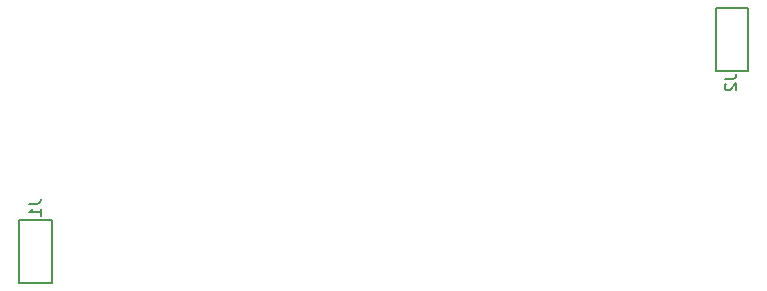
<source format=gbr>
%TF.GenerationSoftware,KiCad,Pcbnew,(5.1.8)-1*%
%TF.CreationDate,2020-11-27T18:17:46-07:00*%
%TF.ProjectId,FieldSensorYSO,4669656c-6453-4656-9e73-6f7259534f2e,1*%
%TF.SameCoordinates,Original*%
%TF.FileFunction,Legend,Bot*%
%TF.FilePolarity,Positive*%
%FSLAX46Y46*%
G04 Gerber Fmt 4.6, Leading zero omitted, Abs format (unit mm)*
G04 Created by KiCad (PCBNEW (5.1.8)-1) date 2020-11-27 18:17:46*
%MOMM*%
%LPD*%
G01*
G04 APERTURE LIST*
%ADD10C,0.150000*%
G04 APERTURE END LIST*
D10*
%TO.C,J2*%
X149630000Y-90605000D02*
X149630000Y-95935000D01*
X152370000Y-95935000D02*
X149630000Y-95935000D01*
X152370000Y-90605000D02*
X152370000Y-95935000D01*
X152370000Y-90605000D02*
X149630000Y-90605000D01*
%TO.C,J1*%
X90630000Y-108605000D02*
X90630000Y-113935000D01*
X93370000Y-113935000D02*
X90630000Y-113935000D01*
X93370000Y-108605000D02*
X93370000Y-113935000D01*
X93370000Y-108605000D02*
X90630000Y-108605000D01*
%TO.C,J2*%
X150352380Y-96612023D02*
X151066666Y-96612023D01*
X151209523Y-96564404D01*
X151304761Y-96469166D01*
X151352380Y-96326309D01*
X151352380Y-96231071D01*
X150447619Y-97040595D02*
X150400000Y-97088214D01*
X150352380Y-97183452D01*
X150352380Y-97421547D01*
X150400000Y-97516785D01*
X150447619Y-97564404D01*
X150542857Y-97612023D01*
X150638095Y-97612023D01*
X150780952Y-97564404D01*
X151352380Y-96992976D01*
X151352380Y-97612023D01*
%TO.C,J1*%
X91452380Y-107212023D02*
X92166666Y-107212023D01*
X92309523Y-107164404D01*
X92404761Y-107069166D01*
X92452380Y-106926309D01*
X92452380Y-106831071D01*
X92452380Y-108212023D02*
X92452380Y-107640595D01*
X92452380Y-107926309D02*
X91452380Y-107926309D01*
X91595238Y-107831071D01*
X91690476Y-107735833D01*
X91738095Y-107640595D01*
%TD*%
M02*

</source>
